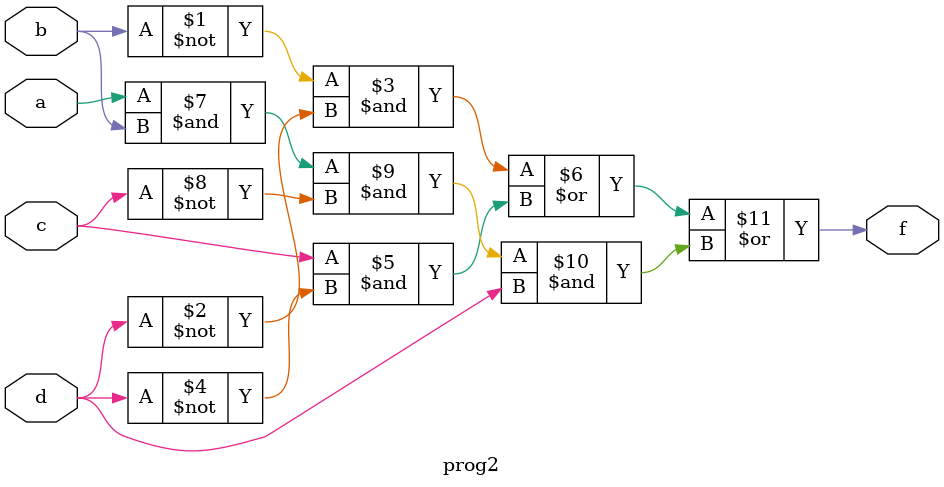
<source format=v>
module prog2(f, a, b, c, d);
input a, b, c, d;
output f;
assign f = (~b&~d)|(c&~d)|(a&b&~c&d);
endmodule

</source>
